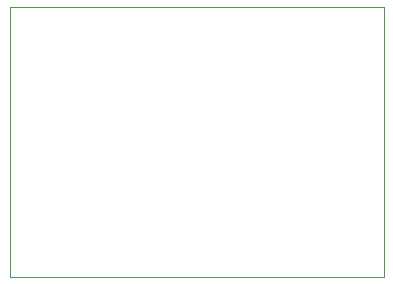
<source format=gbr>
G04 #@! TF.GenerationSoftware,KiCad,Pcbnew,5.1.2-f72e74a~84~ubuntu18.04.1*
G04 #@! TF.CreationDate,2019-12-19T12:51:00+00:00*
G04 #@! TF.ProjectId,mbus_guru,6d627573-5f67-4757-9275-2e6b69636164,rev?*
G04 #@! TF.SameCoordinates,Original*
G04 #@! TF.FileFunction,Profile,NP*
%FSLAX46Y46*%
G04 Gerber Fmt 4.6, Leading zero omitted, Abs format (unit mm)*
G04 Created by KiCad (PCBNEW 5.1.2-f72e74a~84~ubuntu18.04.1) date 2019-12-19 12:51:00*
%MOMM*%
%LPD*%
G04 APERTURE LIST*
%ADD10C,0.050000*%
G04 APERTURE END LIST*
D10*
X122618500Y-102235000D02*
X122618500Y-79375000D01*
X154305000Y-102235000D02*
X122618500Y-102235000D01*
X154305000Y-79375000D02*
X154305000Y-102235000D01*
X122618500Y-79375000D02*
X154305000Y-79375000D01*
M02*

</source>
